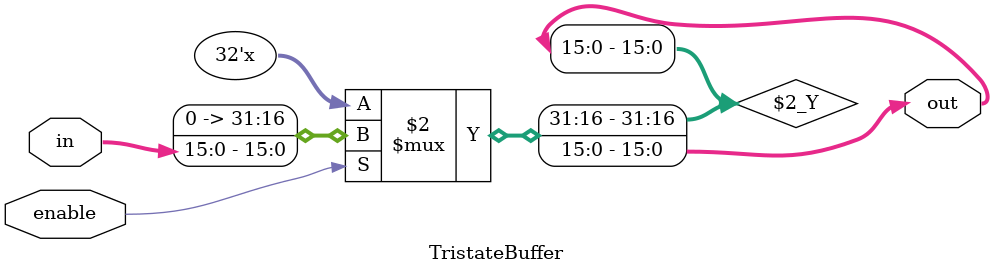
<source format=v>
module TristateBuffer
#(parameter BitCount=16)
(input [BitCount-1:0]in,
input enable,
output [15:0]out);

    assign out=(enable)?in:'bz;
endmodule

</source>
